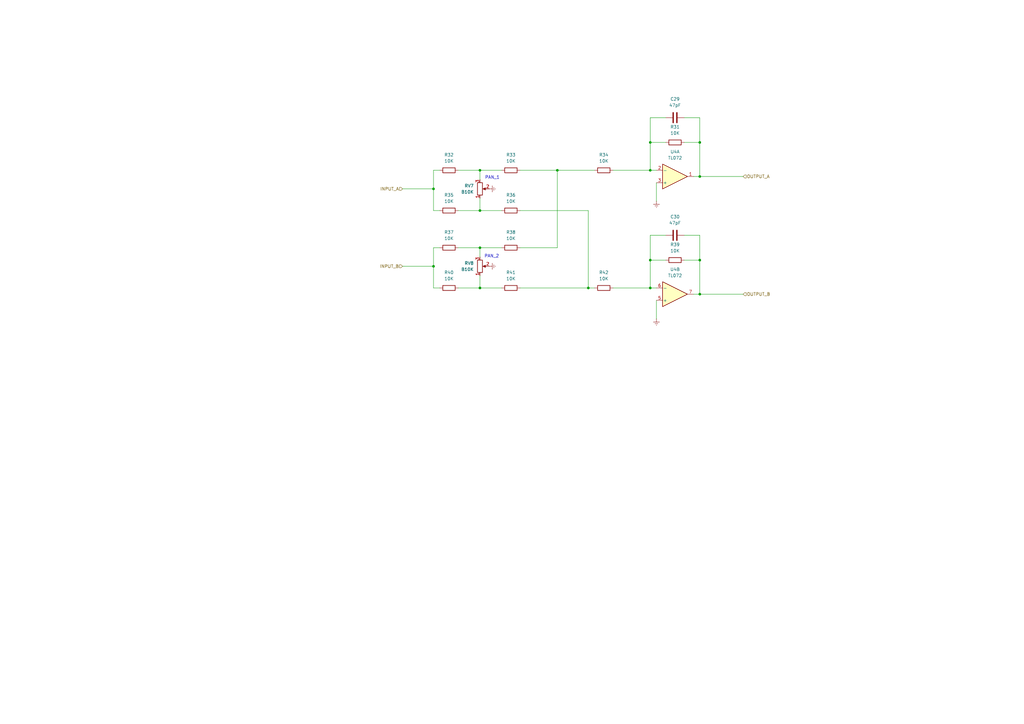
<source format=kicad_sch>
(kicad_sch (version 20231120) (generator "eeschema") (generator_version "8.0")
  (paper "A3")
  (lib_symbols
    (symbol "Amplifier_Operational:TL072" (pin_names (offset 0.127))
      (property "Reference" "U" (at 0 5.08 0))
      (property "Value" "TL072" (at 0 -5.08 0))
      (symbol "TL072_1_1"
        (polyline (pts (xy -5.08 5.08) (xy 5.08 0) (xy -5.08 -5.08) (xy -5.08 5.08)) (stroke (width 0.254)) (fill (type background)))
        (pin output line (at 7.62 0 180) (length 2.54) (name "~") (number "1"))
        (pin input line (at -7.62 -2.54 0) (length 2.54) (name "-") (number "2"))
        (pin input line (at -7.62 2.54 0) (length 2.54) (name "+") (number "3"))
      )
      (symbol "TL072_2_1"
        (polyline (pts (xy -5.08 5.08) (xy 5.08 0) (xy -5.08 -5.08) (xy -5.08 5.08)) (stroke (width 0.254)) (fill (type background)))
        (pin input line (at -7.62 2.54 0) (length 2.54) (name "+") (number "5"))
        (pin input line (at -7.62 -2.54 0) (length 2.54) (name "-") (number "6"))
        (pin output line (at 7.62 0 180) (length 2.54) (name "~") (number "7"))
      )
      (symbol "TL072_3_1"
        (pin power_in line (at -2.54 -7.62 90) (length 3.81) (name "V-") (number "4"))
        (pin power_in line (at -2.54 7.62 270) (length 3.81) (name "V+") (number "8"))
      )
    )
    (symbol "Device:C" (pin_numbers hide) (pin_names (offset 0.254))
      (property "Reference" "C" (at 0.635 2.54 0))
      (property "Value" "C" (at 0.635 -2.54 0))
      (symbol "C_0_1"
        (polyline (pts (xy -2.032 -0.762) (xy 2.032 -0.762)) (stroke (width 0.508)))
        (polyline (pts (xy -2.032 0.762) (xy 2.032 0.762)) (stroke (width 0.508)))
      )
      (symbol "C_1_1"
        (pin passive line (at 0 3.81 270) (length 2.794) (name "~") (number "1"))
        (pin passive line (at 0 -3.81 90) (length 2.794) (name "~") (number "2"))
      )
    )
    (symbol "Device:R" (pin_numbers hide) (pin_names (offset 0))
      (property "Reference" "R" (at 2.032 0 90))
      (property "Value" "R" (at 0 0 90))
      (symbol "R_0_1"
        (rectangle (start -1.016 -2.54) (end 1.016 2.54) (stroke (width 0.254)))
      )
      (symbol "R_1_1"
        (pin passive line (at 0 3.81 270) (length 1.27) (name "~") (number "1"))
        (pin passive line (at 0 -3.81 90) (length 1.27) (name "~") (number "2"))
      )
    )
    (symbol "power:GNDREF" (power) (pin_numbers hide) (pin_names (offset 0) hide)
      (property "Value" "GNDREF" (at 0 -3.81 0))
      (symbol "GNDREF_0_1"
        (polyline (pts (xy -0.635 -1.905) (xy 0.635 -1.905)))
        (polyline (pts (xy -0.127 -2.54) (xy 0.127 -2.54)))
        (polyline (pts (xy 0 -1.27) (xy 0 0)))
        (polyline (pts (xy 1.27 -1.27) (xy -1.27 -1.27)))
      )
      (symbol "GNDREF_1_1"
        (pin power_in line (at 0 0 270) (length 0) (name "~") (number "1"))
      )
    )
    (symbol "synth:R_Potentiometer (P0915N)" (pin_names (offset 1.016) hide)
      (property "Reference" "RV" (at -4.445 0 90))
      (property "Value" "R_Potentiometer" (at -2.54 0 90))
      (symbol "R_Potentiometer (P0915N)_0_1"
        (rectangle (start -1.016 2.54) (end 1.016 -2.54) (stroke (width 0.254)))
        (polyline (pts (xy 2.54 0) (xy 1.524 0)))
        (polyline (pts (xy 1.143 0) (xy 2.286 0.508) (xy 2.286 -0.508) (xy 1.143 0)) (fill (type outline)))
      )
      (symbol "R_Potentiometer (P0915N)_1_1"
        (pin passive line (at 0 3.81 270) (length 1.27) (name "1") (number "1"))
        (pin passive line (at 3.81 0 180) (length 1.27) (name "2") (number "2"))
        (pin passive line (at 0 -3.81 90) (length 1.27) (name "3") (number "3"))
      )
    )
  )
  (junction (at 177.8 109.22))
  (junction (at 196.85 101.6))
  (junction (at 196.85 118.11))
  (junction (at 266.7 58.42))
  (junction (at 287.02 72.39))
  (junction (at 287.02 120.65))
  (junction (at 177.8 77.47))
  (junction (at 196.85 69.85))
  (junction (at 287.02 106.68))
  (junction (at 266.7 106.68))
  (junction (at 241.3 118.11))
  (junction (at 228.6 69.85))
  (junction (at 196.85 86.36))
  (junction (at 266.7 118.11))
  (junction (at 287.02 58.42))
  (junction (at 266.7 69.85))
  (wire (pts (xy 304.8 120.65) (xy 287.02 120.65)))
  (wire (pts (xy 251.46 118.11) (xy 266.7 118.11)))
  (wire (pts (xy 213.36 86.36) (xy 241.3 86.36)))
  (wire (pts (xy 280.67 96.52) (xy 287.02 96.52)))
  (wire (pts (xy 165.1 109.22) (xy 177.8 109.22)))
  (wire (pts (xy 177.8 101.6) (xy 177.8 109.22)))
  (wire (pts (xy 177.8 77.47) (xy 177.8 86.36)))
  (wire (pts (xy 196.85 101.6) (xy 187.96 101.6)))
  (wire (pts (xy 196.85 69.85) (xy 196.85 73.66)))
  (wire (pts (xy 205.74 69.85) (xy 196.85 69.85)))
  (wire (pts (xy 241.3 118.11) (xy 243.84 118.11)))
  (wire (pts (xy 287.02 72.39) (xy 284.48 72.39)))
  (wire (pts (xy 228.6 69.85) (xy 243.84 69.85)))
  (wire (pts (xy 280.67 48.26) (xy 287.02 48.26)))
  (wire (pts (xy 287.02 120.65) (xy 284.48 120.65)))
  (wire (pts (xy 280.67 106.68) (xy 287.02 106.68)))
  (wire (pts (xy 177.8 109.22) (xy 177.8 118.11)))
  (wire (pts (xy 287.02 96.52) (xy 287.02 106.68)))
  (wire (pts (xy 177.8 69.85) (xy 177.8 77.47)))
  (wire (pts (xy 251.46 69.85) (xy 266.7 69.85)))
  (wire (pts (xy 266.7 48.26) (xy 266.7 58.42)))
  (wire (pts (xy 213.36 118.11) (xy 241.3 118.11)))
  (wire (pts (xy 177.8 118.11) (xy 180.34 118.11)))
  (wire (pts (xy 280.67 58.42) (xy 287.02 58.42)))
  (wire (pts (xy 241.3 86.36) (xy 241.3 118.11)))
  (wire (pts (xy 266.7 96.52) (xy 266.7 106.68)))
  (wire (pts (xy 273.05 106.68) (xy 266.7 106.68)))
  (wire (pts (xy 205.74 118.11) (xy 196.85 118.11)))
  (wire (pts (xy 213.36 101.6) (xy 228.6 101.6)))
  (wire (pts (xy 196.85 118.11) (xy 187.96 118.11)))
  (wire (pts (xy 287.02 72.39) (xy 304.8 72.39)))
  (wire (pts (xy 165.1 77.47) (xy 177.8 77.47)))
  (wire (pts (xy 213.36 69.85) (xy 228.6 69.85)))
  (wire (pts (xy 196.85 101.6) (xy 196.85 105.41)))
  (wire (pts (xy 196.85 113.03) (xy 196.85 118.11)))
  (wire (pts (xy 205.74 86.36) (xy 196.85 86.36)))
  (wire (pts (xy 205.74 101.6) (xy 196.85 101.6)))
  (wire (pts (xy 177.8 69.85) (xy 180.34 69.85)))
  (wire (pts (xy 266.7 58.42) (xy 266.7 69.85)))
  (wire (pts (xy 269.24 130.81) (xy 269.24 123.19)))
  (wire (pts (xy 287.02 58.42) (xy 287.02 72.39)))
  (wire (pts (xy 287.02 120.65) (xy 287.02 106.68)))
  (wire (pts (xy 269.24 69.85) (xy 266.7 69.85)))
  (wire (pts (xy 269.24 118.11) (xy 266.7 118.11)))
  (wire (pts (xy 177.8 86.36) (xy 180.34 86.36)))
  (wire (pts (xy 177.8 101.6) (xy 180.34 101.6)))
  (wire (pts (xy 273.05 96.52) (xy 266.7 96.52)))
  (wire (pts (xy 196.85 81.28) (xy 196.85 86.36)))
  (wire (pts (xy 266.7 106.68) (xy 266.7 118.11)))
  (wire (pts (xy 228.6 101.6) (xy 228.6 69.85)))
  (wire (pts (xy 269.24 82.55) (xy 269.24 74.93)))
  (wire (pts (xy 196.85 69.85) (xy 187.96 69.85)))
  (wire (pts (xy 287.02 48.26) (xy 287.02 58.42)))
  (wire (pts (xy 273.05 48.26) (xy 266.7 48.26)))
  (wire (pts (xy 196.85 86.36) (xy 187.96 86.36)))
  (wire (pts (xy 273.05 58.42) (xy 266.7 58.42)))
  (text "PAN_2" (at 201.676 105.156 0) (effects (font (size 1.27 1.27))))
  (text "PAN_1" (at 201.93 72.898 0) (effects (font (size 1.27 1.27))))
  (hierarchical_label "INPUT_A" (shape input) (at 165.1 77.47 180))
  (hierarchical_label "INPUT_B" (shape input) (at 165.1 109.22 180))
  (hierarchical_label "OUTPUT_A" (shape input) (at 304.8 72.39 0))
  (hierarchical_label "OUTPUT_B" (shape input) (at 304.8 120.65 0))
  (symbol (lib_id "Device:R") (at 209.55 69.85 90) (unit 1)
    (property "Reference" "R33" (at 209.55 63.5 90))
    (property "Value" "10K" (at 209.55 66.04 90))
    (property "Footprint" "Resistor_SMD:R_0805_2012Metric_Pad1.20x1.40mm_HandSolder" (effects (hide yes)))
    (property "Description" "Resistor" (effects (hide yes)))
  )
  (symbol (lib_id "Device:R") (at 247.65 118.11 90) (unit 1)
    (property "Reference" "R42" (at 247.65 111.76 90))
    (property "Value" "10K" (at 247.65 114.3 90))
    (property "Footprint" "Resistor_SMD:R_0805_2012Metric_Pad1.20x1.40mm_HandSolder" (effects (hide yes)))
    (property "Description" "Resistor" (effects (hide yes)))
  )
  (symbol (lib_id "Device:R") (at 184.15 86.36 90) (unit 1)
    (property "Reference" "R35" (at 184.15 80.01 90))
    (property "Value" "10K" (at 184.15 82.55 90))
    (property "Footprint" "Resistor_SMD:R_0805_2012Metric_Pad1.20x1.40mm_HandSolder" (effects (hide yes)))
    (property "Description" "Resistor" (effects (hide yes)))
  )
  (symbol (lib_id "Device:R") (at 276.86 106.68 90) (unit 1)
    (property "Reference" "R39" (at 276.86 100.33 90))
    (property "Value" "10K" (at 276.86 102.87 90))
    (property "Footprint" "Resistor_SMD:R_0805_2012Metric_Pad1.20x1.40mm_HandSolder" (effects (hide yes)))
    (property "Description" "Resistor" (effects (hide yes)))
  )
  (symbol (lib_id "synth:R_Potentiometer (P0915N)") (at 196.85 77.47 0) (mirror x) (unit 1)
    (property "Reference" "RV7" (at 194.31 76.1999 0) (effects (justify right)))
    (property "Value" "B10K" (at 194.31 78.7399 0) (effects (justify right)))
    (property "Footprint" "Synth:Potentiometer_TT_P0915N" (effects (hide yes)))
    (property "Description" "Potentiometer" (effects (hide yes)))
  )
  (symbol (lib_id "power:GNDREF") (at 200.66 109.22 90) (unit 1)
    (property "Reference" "#PWR053" (effects (hide yes)))
    (property "Value" "GNDREF" (effects (hide yes)))
    (property "Description" "Power symbol creates a global label with name \"GNDREF\" , reference supply ground" (effects (hide yes)))
  )
  (symbol (lib_id "power:GNDREF") (at 269.24 130.81 0) (unit 1)
    (property "Reference" "#PWR054" (effects (hide yes)))
    (property "Value" "GNDREF" (effects (hide yes)))
    (property "Description" "Power symbol creates a global label with name \"GNDREF\" , reference supply ground" (effects (hide yes)))
  )
  (symbol (lib_id "Device:R") (at 209.55 86.36 270) (unit 1)
    (property "Reference" "R36" (at 209.55 80.01 90))
    (property "Value" "10K" (at 209.55 82.55 90))
    (property "Footprint" "Resistor_SMD:R_0805_2012Metric_Pad1.20x1.40mm_HandSolder" (effects (hide yes)))
    (property "Description" "Resistor" (effects (hide yes)))
  )
  (symbol (lib_id "Amplifier_Operational:TL072") (at 276.86 72.39 0) (mirror x) (unit 1)
    (property "Reference" "U4" (at 276.86 62.23 0))
    (property "Value" "TL072" (at 276.86 64.77 0))
    (property "Footprint" "Synth:SOIC-8" (effects (hide yes)))
    (property "Datasheet" "http://www.ti.com/lit/ds/symlink/tl071.pdf" (effects (hide yes)))
    (property "Description" "Dual Low-Noise JFET-Input Operational Amplifiers, DIP-8/SOIC-8" (effects (hide yes)))
  )
  (symbol (lib_id "Device:R") (at 209.55 101.6 90) (unit 1)
    (property "Reference" "R38" (at 209.55 95.25 90))
    (property "Value" "10K" (at 209.55 97.79 90))
    (property "Footprint" "Resistor_SMD:R_0805_2012Metric_Pad1.20x1.40mm_HandSolder" (effects (hide yes)))
    (property "Description" "Resistor" (effects (hide yes)))
  )
  (symbol (lib_id "Device:R") (at 184.15 69.85 90) (unit 1)
    (property "Reference" "R32" (at 184.15 63.5 90))
    (property "Value" "10K" (at 184.15 66.04 90))
    (property "Footprint" "Resistor_SMD:R_0805_2012Metric_Pad1.20x1.40mm_HandSolder" (effects (hide yes)))
    (property "Description" "Resistor" (effects (hide yes)))
  )
  (symbol (lib_id "Device:R") (at 184.15 118.11 90) (unit 1)
    (property "Reference" "R40" (at 184.15 111.76 90))
    (property "Value" "10K" (at 184.15 114.3 90))
    (property "Footprint" "Resistor_SMD:R_0805_2012Metric_Pad1.20x1.40mm_HandSolder" (effects (hide yes)))
    (property "Description" "Resistor" (effects (hide yes)))
  )
  (symbol (lib_id "Device:R") (at 184.15 101.6 90) (unit 1)
    (property "Reference" "R37" (at 184.15 95.25 90))
    (property "Value" "10K" (at 184.15 97.79 90))
    (property "Footprint" "Resistor_SMD:R_0805_2012Metric_Pad1.20x1.40mm_HandSolder" (effects (hide yes)))
    (property "Description" "Resistor" (effects (hide yes)))
  )
  (symbol (lib_id "Device:R") (at 247.65 69.85 90) (unit 1)
    (property "Reference" "R34" (at 247.65 63.5 90))
    (property "Value" "10K" (at 247.65 66.04 90))
    (property "Footprint" "Resistor_SMD:R_0805_2012Metric_Pad1.20x1.40mm_HandSolder" (effects (hide yes)))
    (property "Description" "Resistor" (effects (hide yes)))
  )
  (symbol (lib_id "Device:C") (at 276.86 48.26 90) (unit 1)
    (property "Reference" "C29" (at 276.86 40.64 90))
    (property "Value" "47pF" (at 276.86 43.18 90))
    (property "Footprint" "Capacitor_SMD:C_0805_2012Metric_Pad1.18x1.45mm_HandSolder" (effects (hide yes)))
    (property "Description" "Unpolarized capacitor" (effects (hide yes)))
  )
  (symbol (lib_id "Device:C") (at 276.86 96.52 90) (unit 1)
    (property "Reference" "C30" (at 276.86 88.9 90))
    (property "Value" "47pF" (at 276.86 91.44 90))
    (property "Footprint" "Capacitor_SMD:C_0805_2012Metric_Pad1.18x1.45mm_HandSolder" (effects (hide yes)))
    (property "Description" "Unpolarized capacitor" (effects (hide yes)))
  )
  (symbol (lib_id "power:GNDREF") (at 200.66 77.47 90) (unit 1)
    (property "Reference" "#PWR051" (effects (hide yes)))
    (property "Value" "GNDREF" (effects (hide yes)))
    (property "Description" "Power symbol creates a global label with name \"GNDREF\" , reference supply ground" (effects (hide yes)))
  )
  (symbol (lib_id "synth:R_Potentiometer (P0915N)") (at 196.85 109.22 0) (mirror x) (unit 1)
    (property "Reference" "RV8" (at 194.31 107.9499 0) (effects (justify right)))
    (property "Value" "B10K" (at 194.31 110.4899 0) (effects (justify right)))
    (property "Footprint" "Synth:Potentiometer_TT_P0915N" (effects (hide yes)))
    (property "Description" "Potentiometer" (effects (hide yes)))
  )
  (symbol (lib_id "Device:R") (at 209.55 118.11 90) (unit 1)
    (property "Reference" "R41" (at 209.55 111.76 90))
    (property "Value" "10K" (at 209.55 114.3 90))
    (property "Footprint" "Resistor_SMD:R_0805_2012Metric_Pad1.20x1.40mm_HandSolder" (effects (hide yes)))
    (property "Description" "Resistor" (effects (hide yes)))
  )
  (symbol (lib_id "Amplifier_Operational:TL072") (at 276.86 120.65 0) (mirror x) (unit 2)
    (property "Reference" "U4" (at 276.86 110.49 0))
    (property "Value" "TL072" (at 276.86 113.03 0))
    (property "Footprint" "Synth:SOIC-8" (effects (hide yes)))
    (property "Datasheet" "http://www.ti.com/lit/ds/symlink/tl071.pdf" (effects (hide yes)))
    (property "Description" "Dual Low-Noise JFET-Input Operational Amplifiers, DIP-8/SOIC-8" (effects (hide yes)))
  )
  (symbol (lib_id "power:GNDREF") (at 269.24 82.55 0) (unit 1)
    (property "Reference" "#PWR052" (effects (hide yes)))
    (property "Value" "GNDREF" (effects (hide yes)))
    (property "Description" "Power symbol creates a global label with name \"GNDREF\" , reference supply ground" (effects (hide yes)))
  )
  (symbol (lib_id "Device:R") (at 276.86 58.42 90) (unit 1)
    (property "Reference" "R31" (at 276.86 52.07 90))
    (property "Value" "10K" (at 276.86 54.61 90))
    (property "Footprint" "Resistor_SMD:R_0805_2012Metric_Pad1.20x1.40mm_HandSolder" (effects (hide yes)))
    (property "Description" "Resistor" (effects (hide yes)))
  )
)
</source>
